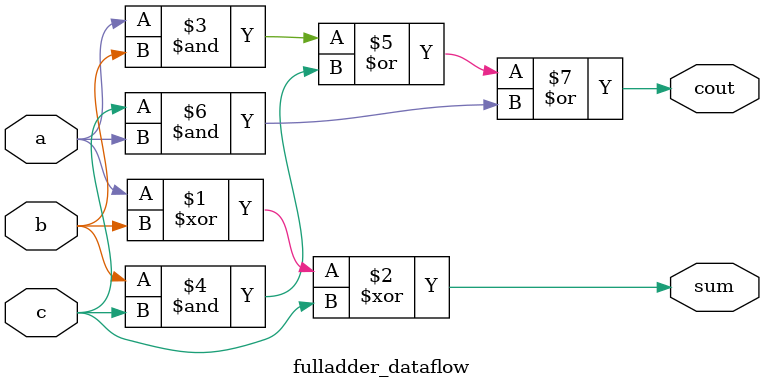
<source format=v>
`timescale 1ns / 1ps


module fulladder_dataflow(a,b,c,sum,cout);
    input a,b,c;
    output sum, cout;
   assign sum=a^b^c;
 assign  cout=a&b|b&c|c&a;
 
    
endmodule

</source>
